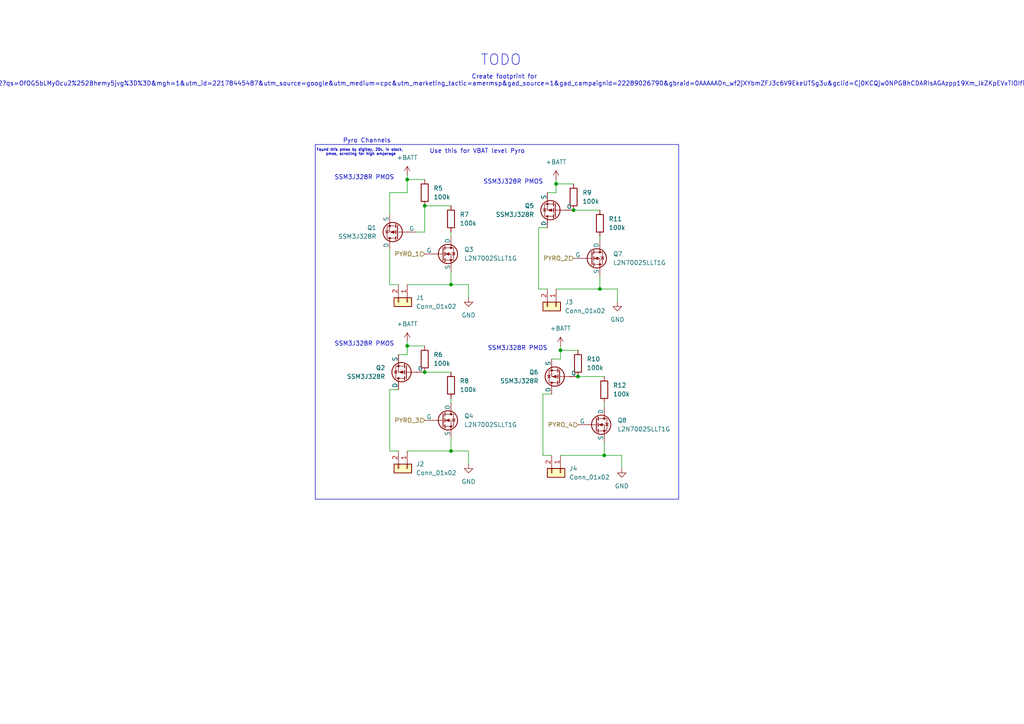
<source format=kicad_sch>
(kicad_sch (version 20231120) (generator "eeschema") (generator_version "8.0")
  (paper "A4")
  (lib_symbols
    (symbol "Connector_Generic:Conn_01x02" (pin_names (offset 1.016) hide)
      (property "Reference" "J" (at 0 2.54 0))
      (property "Value" "Conn_01x02" (at 0 -5.08 0))
      (symbol "Conn_01x02_1_1"
        (rectangle (start -1.27 -2.413) (end 0 -2.667) (stroke (width 0.1524)))
        (rectangle (start -1.27 0.127) (end 0 -0.127) (stroke (width 0.1524)))
        (rectangle (start -1.27 1.27) (end 1.27 -3.81) (stroke (width 0.254)) (fill (type background)))
        (pin passive line (at -5.08 0 0) (length 3.81) (name "Pin_1") (number "1"))
        (pin passive line (at -5.08 -2.54 0) (length 3.81) (name "Pin_2") (number "2"))
      )
    )
    (symbol "Device:R" (pin_numbers hide) (pin_names (offset 0))
      (property "Reference" "R" (at 2.032 0 90))
      (property "Value" "R" (at 0 0 90))
      (symbol "R_0_1"
        (rectangle (start -1.016 -2.54) (end 1.016 2.54) (stroke (width 0.254)))
      )
      (symbol "R_1_1"
        (pin passive line (at 0 3.81 270) (length 1.27) (name "~") (number "1"))
        (pin passive line (at 0 -3.81 90) (length 1.27) (name "~") (number "2"))
      )
    )
    (symbol "Simulation_SPICE:NMOS" (pin_numbers hide) (pin_names (offset 0))
      (property "Reference" "Q" (at 5.08 1.27 0))
      (property "Value" "NMOS" (at 5.08 -1.27 0))
      (symbol "NMOS_0_1"
        (polyline (pts (xy 0.254 0) (xy -2.54 0)))
        (polyline (pts (xy 0.254 1.905) (xy 0.254 -1.905)) (stroke (width 0.254)))
        (polyline (pts (xy 0.762 -1.27) (xy 0.762 -2.286)) (stroke (width 0.254)))
        (polyline (pts (xy 0.762 0.508) (xy 0.762 -0.508)) (stroke (width 0.254)))
        (polyline (pts (xy 0.762 2.286) (xy 0.762 1.27)) (stroke (width 0.254)))
        (polyline (pts (xy 2.54 2.54) (xy 2.54 1.778)))
        (polyline (pts (xy 2.54 -2.54) (xy 2.54 0) (xy 0.762 0)))
        (polyline (pts (xy 0.762 -1.778) (xy 3.302 -1.778) (xy 3.302 1.778) (xy 0.762 1.778)))
        (polyline (pts (xy 1.016 0) (xy 2.032 0.381) (xy 2.032 -0.381) (xy 1.016 0)) (fill (type outline)))
        (polyline (pts (xy 2.794 0.508) (xy 2.921 0.381) (xy 3.683 0.381) (xy 3.81 0.254)))
        (polyline (pts (xy 3.302 0.381) (xy 2.921 -0.254) (xy 3.683 -0.254) (xy 3.302 0.381)))
        (circle (center 1.651 0) (radius 2.794) (stroke (width 0.254)))
        (circle (center 2.54 -1.778) (radius 0.254) (fill (type outline)))
        (circle (center 2.54 1.778) (radius 0.254) (fill (type outline)))
      )
      (symbol "NMOS_1_1"
        (pin passive line (at 2.54 5.08 270) (length 2.54) (name "D") (number "1"))
        (pin input line (at -5.08 0 0) (length 2.54) (name "G") (number "2"))
        (pin passive line (at 2.54 -5.08 90) (length 2.54) (name "S") (number "3"))
      )
    )
    (symbol "Simulation_SPICE:PMOS" (pin_numbers hide) (pin_names (offset 0))
      (property "Reference" "Q" (at 5.08 1.27 0))
      (property "Value" "PMOS" (at 5.08 -1.27 0))
      (symbol "PMOS_0_1"
        (polyline (pts (xy 0.254 0) (xy -2.54 0)))
        (polyline (pts (xy 0.254 1.905) (xy 0.254 -1.905)) (stroke (width 0.254)))
        (polyline (pts (xy 0.762 -1.27) (xy 0.762 -2.286)) (stroke (width 0.254)))
        (polyline (pts (xy 0.762 0.508) (xy 0.762 -0.508)) (stroke (width 0.254)))
        (polyline (pts (xy 0.762 2.286) (xy 0.762 1.27)) (stroke (width 0.254)))
        (polyline (pts (xy 2.54 2.54) (xy 2.54 1.778)))
        (polyline (pts (xy 2.54 -2.54) (xy 2.54 0) (xy 0.762 0)))
        (polyline (pts (xy 0.762 1.778) (xy 3.302 1.778) (xy 3.302 -1.778) (xy 0.762 -1.778)))
        (polyline (pts (xy 2.286 0) (xy 1.27 0.381) (xy 1.27 -0.381) (xy 2.286 0)) (fill (type outline)))
        (polyline (pts (xy 2.794 -0.508) (xy 2.921 -0.381) (xy 3.683 -0.381) (xy 3.81 -0.254)))
        (polyline (pts (xy 3.302 -0.381) (xy 2.921 0.254) (xy 3.683 0.254) (xy 3.302 -0.381)))
        (circle (center 1.651 0) (radius 2.794) (stroke (width 0.254)))
        (circle (center 2.54 -1.778) (radius 0.254) (fill (type outline)))
        (circle (center 2.54 1.778) (radius 0.254) (fill (type outline)))
      )
      (symbol "PMOS_1_1"
        (pin passive line (at 2.54 5.08 270) (length 2.54) (name "D") (number "1"))
        (pin input line (at -5.08 0 0) (length 2.54) (name "G") (number "2"))
        (pin passive line (at 2.54 -5.08 90) (length 2.54) (name "S") (number "3"))
      )
    )
    (symbol "power:+BATT" (power) (pin_numbers hide) (pin_names (offset 0) hide)
      (property "Value" "+BATT" (at 0 3.556 0))
      (symbol "+BATT_0_1"
        (polyline (pts (xy -0.762 1.27) (xy 0 2.54)))
        (polyline (pts (xy 0 0) (xy 0 2.54)))
        (polyline (pts (xy 0 2.54) (xy 0.762 1.27)))
      )
      (symbol "+BATT_1_1"
        (pin power_in line (at 0 0 90) (length 0) (name "~") (number "1"))
      )
    )
    (symbol "power:GND" (power) (pin_numbers hide) (pin_names (offset 0) hide)
      (property "Value" "GND" (at 0 -3.81 0))
      (symbol "GND_0_1"
        (polyline (pts (xy 0 0) (xy 0 -1.27) (xy 1.27 -1.27) (xy 0 -2.54) (xy -1.27 -1.27) (xy 0 -1.27)))
      )
      (symbol "GND_1_1"
        (pin power_in line (at 0 0 270) (length 0) (name "~") (number "1"))
      )
    )
  )
  (junction (at 130.81 82.55))
  (junction (at 175.26 132.08))
  (junction (at 118.11 100.33))
  (junction (at 130.81 130.81))
  (junction (at 123.19 107.95))
  (junction (at 123.19 59.69))
  (junction (at 118.11 52.07))
  (junction (at 161.29 53.34))
  (junction (at 167.64 109.22))
  (junction (at 166.37 60.96))
  (junction (at 162.56 101.6))
  (junction (at 173.99 83.82))
  (wire (pts (xy 130.81 82.55) (xy 118.11 82.55)))
  (wire (pts (xy 175.26 132.08) (xy 162.56 132.08)))
  (wire (pts (xy 157.48 132.08) (xy 160.02 132.08)))
  (wire (pts (xy 156.21 83.82) (xy 158.75 83.82)))
  (wire (pts (xy 161.29 53.34) (xy 166.37 53.34)))
  (wire (pts (xy 118.11 52.07) (xy 123.19 52.07)))
  (wire (pts (xy 135.89 82.55) (xy 130.81 82.55)))
  (wire (pts (xy 175.26 128.27) (xy 175.26 132.08)))
  (wire (pts (xy 173.99 60.96) (xy 166.37 60.96)))
  (wire (pts (xy 130.81 115.57) (xy 130.81 116.84)))
  (wire (pts (xy 130.81 127) (xy 130.81 130.81)))
  (wire (pts (xy 130.81 78.74) (xy 130.81 82.55)))
  (wire (pts (xy 162.56 101.6) (xy 162.56 100.33)))
  (wire (pts (xy 123.19 67.31) (xy 123.19 59.69)))
  (wire (pts (xy 118.11 52.07) (xy 118.11 50.8)))
  (wire (pts (xy 113.03 55.88) (xy 118.11 55.88)))
  (wire (pts (xy 156.21 66.04) (xy 156.21 83.82)))
  (wire (pts (xy 158.75 55.88) (xy 161.29 55.88)))
  (wire (pts (xy 135.89 134.62) (xy 135.89 130.81)))
  (wire (pts (xy 135.89 86.36) (xy 135.89 82.55)))
  (wire (pts (xy 161.29 53.34) (xy 161.29 52.07)))
  (wire (pts (xy 179.07 83.82) (xy 173.99 83.82)))
  (wire (pts (xy 113.03 113.03) (xy 115.57 113.03)))
  (wire (pts (xy 173.99 80.01) (xy 173.99 83.82)))
  (wire (pts (xy 113.03 82.55) (xy 115.57 82.55)))
  (wire (pts (xy 161.29 55.88) (xy 161.29 53.34)))
  (wire (pts (xy 113.03 72.39) (xy 113.03 82.55)))
  (wire (pts (xy 157.48 114.3) (xy 160.02 114.3)))
  (wire (pts (xy 135.89 130.81) (xy 130.81 130.81)))
  (wire (pts (xy 175.26 116.84) (xy 175.26 118.11)))
  (wire (pts (xy 173.99 83.82) (xy 161.29 83.82)))
  (wire (pts (xy 113.03 62.23) (xy 113.03 55.88)))
  (wire (pts (xy 120.65 67.31) (xy 123.19 67.31)))
  (wire (pts (xy 118.11 55.88) (xy 118.11 52.07)))
  (wire (pts (xy 130.81 59.69) (xy 123.19 59.69)))
  (wire (pts (xy 160.02 104.14) (xy 162.56 104.14)))
  (wire (pts (xy 162.56 104.14) (xy 162.56 101.6)))
  (wire (pts (xy 118.11 102.87) (xy 118.11 100.33)))
  (wire (pts (xy 130.81 130.81) (xy 118.11 130.81)))
  (wire (pts (xy 115.57 102.87) (xy 118.11 102.87)))
  (wire (pts (xy 118.11 100.33) (xy 118.11 99.06)))
  (wire (pts (xy 130.81 107.95) (xy 123.19 107.95)))
  (wire (pts (xy 157.48 114.3) (xy 157.48 132.08)))
  (wire (pts (xy 173.99 68.58) (xy 173.99 69.85)))
  (wire (pts (xy 180.34 135.89) (xy 180.34 132.08)))
  (wire (pts (xy 162.56 101.6) (xy 167.64 101.6)))
  (wire (pts (xy 113.03 113.03) (xy 113.03 130.81)))
  (wire (pts (xy 179.07 87.63) (xy 179.07 83.82)))
  (wire (pts (xy 180.34 132.08) (xy 175.26 132.08)))
  (wire (pts (xy 118.11 100.33) (xy 123.19 100.33)))
  (wire (pts (xy 113.03 130.81) (xy 115.57 130.81)))
  (wire (pts (xy 130.81 67.31) (xy 130.81 68.58)))
  (wire (pts (xy 156.21 66.04) (xy 158.75 66.04)))
  (wire (pts (xy 175.26 109.22) (xy 167.64 109.22)))
  (rectangle (start 91.44 41.91) (end 196.85 144.78))
  (text "TODO" (at 145.288 17.526 0) (effects (font (size 3.048 3.048))))
  (text "SSM3J328R PMOS\n" (at 105.664 51.562 0) (effects (font (size 1.27 1.27))))
  (text "SSM3J328R PMOS\n" (at 148.844 52.832 0) (effects (font (size 1.27 1.27))))
  (text "Use this for VBAT level Pyro" (at 138.43 43.942 0) (effects (font (size 1.27 1.27))))
  (text "Pyro Channels" (at 106.426 40.894 0) (effects (font (size 1.27 1.27))))
  (text "Found this pmos by digikey, 20v, in stock, \npmos, scrolling for high amperage" (at 104.648 44.196 0) (effects (font (size 0.762 0.762))))
  (text "SSM3J328R PMOS\n" (at 105.664 99.822 0) (effects (font (size 1.27 1.27))))
  (text "Create footprint for\nhttps://www.mouser.com/ProductDetail/Molex/39889-0042?qs=OfOG5bLMyOcu2%252Bhemy5jvg%3D%3D&mgh=1&utm_id=22178445487&utm_source=google&utm_medium=cpc&utm_marketing_tactic=amermsp&gad_source=1&gad_campaignid=22289026790&gbraid=0AAAAADn_wf2jXYbmZFJ3c6V9EkeUTSg3u&gclid=Cj0KCQjw0NPGBhCDARIsAGAzpp19Xm_lkZKpEVxTIOIfikuZ44r7pqMOigeKIZj7t-NTJC4OT8JmoDcaAmurEALw_wcB" (at 146.304 23.368 0) (effects (font (size 1.27 1.27))))
  (text "SSM3J328R PMOS\n" (at 150.114 101.092 0) (effects (font (size 1.27 1.27))))
  (hierarchical_label "PYRO_3" (shape input) (at 123.19 121.92 180))
  (hierarchical_label "PYRO_4" (shape input) (at 167.64 123.19 180))
  (hierarchical_label "PYRO_2" (shape input) (at 166.37 74.93 180))
  (hierarchical_label "PYRO_1" (shape input) (at 123.19 73.66 180))
  (symbol (lib_id "Simulation_SPICE:PMOS") (at 162.56 109.22 180) (unit 1)
    (property "Reference" "Q6" (at 156.21 107.9499 0) (effects (justify left)))
    (property "Value" "SSM3J328R" (at 156.21 110.4899 0) (effects (justify left)))
    (property "Footprint" "SSM3J328R:SOT95P240X88-3N" (effects (hide yes)))
    (property "Datasheet" "https://ngspice.sourceforge.io/docs/ngspice-html-manual/manual.xhtml#cha_MOSFETs" (effects (hide yes)))
    (property "Description" "P-MOSFET transistor, drain/source/gate" (effects (hide yes)))
    (property "Sim.Device" "PMOS" (effects (hide yes)))
    (property "Sim.Type" "VDMOS" (effects (hide yes)))
    (property "Sim.Pins" "1=D 2=G 3=S" (effects (hide yes)))
  )
  (symbol (lib_id "Device:R") (at 130.81 111.76 0) (unit 1)
    (property "Reference" "R8" (at 133.35 110.4899 0) (effects (justify left)))
    (property "Value" "100k" (at 133.35 113.0299 0) (effects (justify left)))
    (property "Footprint" "Resistor_SMD:R_0603_1608Metric" (effects (hide yes)))
    (property "Description" "Resistor" (effects (hide yes)))
  )
  (symbol (lib_id "Simulation_SPICE:NMOS") (at 172.72 123.19 0) (unit 1)
    (property "Reference" "Q8" (at 179.07 121.9199 0) (effects (justify left)))
    (property "Value" "L2N7002SLLT1G" (at 179.07 124.4599 0) (effects (justify left)))
    (property "Footprint" "Package_TO_SOT_SMD:SOT-23" (effects (hide yes)))
    (property "Datasheet" "https://ngspice.sourceforge.io/docs/ngspice-html-manual/manual.xhtml#cha_MOSFETs" (effects (hide yes)))
    (property "Description" "N-MOSFET transistor, drain/source/gate" (effects (hide yes)))
    (property "Sim.Device" "NMOS" (effects (hide yes)))
    (property "Sim.Type" "VDMOS" (effects (hide yes)))
    (property "Sim.Pins" "1=D 2=G 3=S" (effects (hide yes)))
  )
  (symbol (lib_id "Simulation_SPICE:PMOS") (at 115.57 67.31 180) (unit 1)
    (property "Reference" "Q1" (at 109.22 66.0399 0) (effects (justify left)))
    (property "Value" "SSM3J328R" (at 109.22 68.5799 0) (effects (justify left)))
    (property "Footprint" "SSM3J328R:SOT95P240X88-3N" (effects (hide yes)))
    (property "Datasheet" "https://ngspice.sourceforge.io/docs/ngspice-html-manual/manual.xhtml#cha_MOSFETs" (effects (hide yes)))
    (property "Description" "P-MOSFET transistor, drain/source/gate" (effects (hide yes)))
    (property "Sim.Device" "PMOS" (effects (hide yes)))
    (property "Sim.Type" "VDMOS" (effects (hide yes)))
    (property "Sim.Pins" "1=D 2=G 3=S" (effects (hide yes)))
  )
  (symbol (lib_id "power:+BATT") (at 118.11 99.06 0) (unit 1)
    (property "Reference" "#PWR011" (effects (hide yes)))
    (property "Value" "+BATT" (at 118.11 93.98 0))
    (property "Description" "Power symbol creates a global label with name \"+BATT\"" (effects (hide yes)))
  )
  (symbol (lib_id "Device:R") (at 167.64 105.41 0) (unit 1)
    (property "Reference" "R10" (at 170.18 104.1399 0) (effects (justify left)))
    (property "Value" "100k" (at 170.18 106.6799 0) (effects (justify left)))
    (property "Footprint" "Resistor_SMD:R_0603_1608Metric" (effects (hide yes)))
    (property "Description" "Resistor" (effects (hide yes)))
  )
  (symbol (lib_id "Simulation_SPICE:NMOS") (at 171.45 74.93 0) (unit 1)
    (property "Reference" "Q7" (at 177.8 73.6599 0) (effects (justify left)))
    (property "Value" "L2N7002SLLT1G" (at 177.8 76.1999 0) (effects (justify left)))
    (property "Footprint" "Package_TO_SOT_SMD:SOT-23" (effects (hide yes)))
    (property "Datasheet" "https://ngspice.sourceforge.io/docs/ngspice-html-manual/manual.xhtml#cha_MOSFETs" (effects (hide yes)))
    (property "Description" "N-MOSFET transistor, drain/source/gate" (effects (hide yes)))
    (property "Sim.Device" "NMOS" (effects (hide yes)))
    (property "Sim.Type" "VDMOS" (effects (hide yes)))
    (property "Sim.Pins" "1=D 2=G 3=S" (effects (hide yes)))
  )
  (symbol (lib_id "power:GND") (at 180.34 135.89 0) (unit 1)
    (property "Reference" "#PWR017" (effects (hide yes)))
    (property "Value" "GND" (at 180.34 140.97 0))
    (property "Description" "Power symbol creates a global label with name \"GND\" , ground" (effects (hide yes)))
  )
  (symbol (lib_id "Simulation_SPICE:NMOS") (at 128.27 73.66 0) (unit 1)
    (property "Reference" "Q3" (at 134.62 72.3899 0) (effects (justify left)))
    (property "Value" "L2N7002SLLT1G" (at 134.62 74.9299 0) (effects (justify left)))
    (property "Footprint" "Package_TO_SOT_SMD:SOT-23" (effects (hide yes)))
    (property "Datasheet" "https://ngspice.sourceforge.io/docs/ngspice-html-manual/manual.xhtml#cha_MOSFETs" (effects (hide yes)))
    (property "Description" "N-MOSFET transistor, drain/source/gate" (effects (hide yes)))
    (property "Sim.Device" "NMOS" (effects (hide yes)))
    (property "Sim.Type" "VDMOS" (effects (hide yes)))
    (property "Sim.Pins" "1=D 2=G 3=S" (effects (hide yes)))
  )
  (symbol (lib_id "Connector_Generic:Conn_01x02") (at 118.11 135.89 270) (unit 1)
    (property "Reference" "J2" (at 120.65 134.6199 90) (effects (justify left)))
    (property "Value" "Conn_01x02" (at 120.65 137.1599 90) (effects (justify left)))
    (property "Footprint" "TerminalBlock_Phoenix:TerminalBlock_Phoenix_MKDS-1,5-2-5.08_1x02_P5.08mm_Horizontal" (effects (hide yes)))
    (property "Description" "Generic connector, single row, 01x02, script generated (kicad-library-utils/schlib/autogen/connector/)" (effects (hide yes)))
  )
  (symbol (lib_id "power:+BATT") (at 162.56 100.33 0) (unit 1)
    (property "Reference" "#PWR015" (effects (hide yes)))
    (property "Value" "+BATT" (at 162.56 95.25 0))
    (property "Description" "Power symbol creates a global label with name \"+BATT\"" (effects (hide yes)))
  )
  (symbol (lib_id "power:+BATT") (at 161.29 52.07 0) (unit 1)
    (property "Reference" "#PWR014" (effects (hide yes)))
    (property "Value" "+BATT" (at 161.29 46.99 0))
    (property "Description" "Power symbol creates a global label with name \"+BATT\"" (effects (hide yes)))
  )
  (symbol (lib_id "Simulation_SPICE:PMOS") (at 118.11 107.95 180) (unit 1)
    (property "Reference" "Q2" (at 111.76 106.6799 0) (effects (justify left)))
    (property "Value" "SSM3J328R" (at 111.76 109.2199 0) (effects (justify left)))
    (property "Footprint" "SSM3J328R:SOT95P240X88-3N" (effects (hide yes)))
    (property "Datasheet" "https://ngspice.sourceforge.io/docs/ngspice-html-manual/manual.xhtml#cha_MOSFETs" (effects (hide yes)))
    (property "Description" "P-MOSFET transistor, drain/source/gate" (effects (hide yes)))
    (property "Sim.Device" "PMOS" (effects (hide yes)))
    (property "Sim.Type" "VDMOS" (effects (hide yes)))
    (property "Sim.Pins" "1=D 2=G 3=S" (effects (hide yes)))
  )
  (symbol (lib_id "Device:R") (at 123.19 55.88 0) (unit 1)
    (property "Reference" "R5" (at 125.73 54.6099 0) (effects (justify left)))
    (property "Value" "100k" (at 125.73 57.1499 0) (effects (justify left)))
    (property "Footprint" "Resistor_SMD:R_0603_1608Metric" (effects (hide yes)))
    (property "Description" "Resistor" (effects (hide yes)))
  )
  (symbol (lib_id "power:GND") (at 135.89 86.36 0) (unit 1)
    (property "Reference" "#PWR012" (effects (hide yes)))
    (property "Value" "GND" (at 135.89 91.44 0))
    (property "Description" "Power symbol creates a global label with name \"GND\" , ground" (effects (hide yes)))
  )
  (symbol (lib_id "Connector_Generic:Conn_01x02") (at 161.29 88.9 270) (unit 1)
    (property "Reference" "J3" (at 163.83 87.6299 90) (effects (justify left)))
    (property "Value" "Conn_01x02" (at 163.83 90.1699 90) (effects (justify left)))
    (property "Footprint" "TerminalBlock_Phoenix:TerminalBlock_Phoenix_MKDS-1,5-2-5.08_1x02_P5.08mm_Horizontal" (effects (hide yes)))
    (property "Description" "Generic connector, single row, 01x02, script generated (kicad-library-utils/schlib/autogen/connector/)" (effects (hide yes)))
  )
  (symbol (lib_id "Simulation_SPICE:NMOS") (at 128.27 121.92 0) (unit 1)
    (property "Reference" "Q4" (at 134.62 120.6499 0) (effects (justify left)))
    (property "Value" "L2N7002SLLT1G" (at 134.62 123.1899 0) (effects (justify left)))
    (property "Footprint" "Package_TO_SOT_SMD:SOT-23" (effects (hide yes)))
    (property "Datasheet" "https://ngspice.sourceforge.io/docs/ngspice-html-manual/manual.xhtml#cha_MOSFETs" (effects (hide yes)))
    (property "Description" "N-MOSFET transistor, drain/source/gate" (effects (hide yes)))
    (property "Sim.Device" "NMOS" (effects (hide yes)))
    (property "Sim.Type" "VDMOS" (effects (hide yes)))
    (property "Sim.Pins" "1=D 2=G 3=S" (effects (hide yes)))
  )
  (symbol (lib_id "Connector_Generic:Conn_01x02") (at 118.11 87.63 270) (unit 1)
    (property "Reference" "J1" (at 120.65 86.3599 90) (effects (justify left)))
    (property "Value" "Conn_01x02" (at 120.65 88.8999 90) (effects (justify left)))
    (property "Footprint" "TerminalBlock_Phoenix:TerminalBlock_Phoenix_MKDS-1,5-2-5.08_1x02_P5.08mm_Horizontal" (effects (hide yes)))
    (property "Description" "Generic connector, single row, 01x02, script generated (kicad-library-utils/schlib/autogen/connector/)" (effects (hide yes)))
  )
  (symbol (lib_id "Device:R") (at 130.81 63.5 0) (unit 1)
    (property "Reference" "R7" (at 133.35 62.2299 0) (effects (justify left)))
    (property "Value" "100k" (at 133.35 64.7699 0) (effects (justify left)))
    (property "Footprint" "Resistor_SMD:R_0603_1608Metric" (effects (hide yes)))
    (property "Description" "Resistor" (effects (hide yes)))
  )
  (symbol (lib_id "Simulation_SPICE:PMOS") (at 161.29 60.96 180) (unit 1)
    (property "Reference" "Q5" (at 154.94 59.6899 0) (effects (justify left)))
    (property "Value" "SSM3J328R" (at 154.94 62.2299 0) (effects (justify left)))
    (property "Footprint" "SSM3J328R:SOT95P240X88-3N" (effects (hide yes)))
    (property "Datasheet" "https://ngspice.sourceforge.io/docs/ngspice-html-manual/manual.xhtml#cha_MOSFETs" (effects (hide yes)))
    (property "Description" "P-MOSFET transistor, drain/source/gate" (effects (hide yes)))
    (property "Sim.Device" "PMOS" (effects (hide yes)))
    (property "Sim.Type" "VDMOS" (effects (hide yes)))
    (property "Sim.Pins" "1=D 2=G 3=S" (effects (hide yes)))
  )
  (symbol (lib_id "power:GND") (at 135.89 134.62 0) (unit 1)
    (property "Reference" "#PWR013" (effects (hide yes)))
    (property "Value" "GND" (at 135.89 139.7 0))
    (property "Description" "Power symbol creates a global label with name \"GND\" , ground" (effects (hide yes)))
  )
  (symbol (lib_id "Device:R") (at 166.37 57.15 0) (unit 1)
    (property "Reference" "R9" (at 168.91 55.8799 0) (effects (justify left)))
    (property "Value" "100k" (at 168.91 58.4199 0) (effects (justify left)))
    (property "Footprint" "Resistor_SMD:R_0603_1608Metric" (effects (hide yes)))
    (property "Description" "Resistor" (effects (hide yes)))
  )
  (symbol (lib_id "power:+BATT") (at 118.11 50.8 0) (unit 1)
    (property "Reference" "#PWR05" (effects (hide yes)))
    (property "Value" "+BATT" (at 118.11 45.72 0))
    (property "Description" "Power symbol creates a global label with name \"+BATT\"" (effects (hide yes)))
  )
  (symbol (lib_id "Device:R") (at 173.99 64.77 0) (unit 1)
    (property "Reference" "R11" (at 176.53 63.4999 0) (effects (justify left)))
    (property "Value" "100k" (at 176.53 66.0399 0) (effects (justify left)))
    (property "Footprint" "Resistor_SMD:R_0603_1608Metric" (effects (hide yes)))
    (property "Description" "Resistor" (effects (hide yes)))
  )
  (symbol (lib_id "Device:R") (at 175.26 113.03 0) (unit 1)
    (property "Reference" "R12" (at 177.8 111.7599 0) (effects (justify left)))
    (property "Value" "100k" (at 177.8 114.2999 0) (effects (justify left)))
    (property "Footprint" "Resistor_SMD:R_0603_1608Metric" (effects (hide yes)))
    (property "Description" "Resistor" (effects (hide yes)))
  )
  (symbol (lib_id "power:GND") (at 179.07 87.63 0) (unit 1)
    (property "Reference" "#PWR016" (effects (hide yes)))
    (property "Value" "GND" (at 179.07 92.71 0))
    (property "Description" "Power symbol creates a global label with name \"GND\" , ground" (effects (hide yes)))
  )
  (symbol (lib_id "Device:R") (at 123.19 104.14 0) (unit 1)
    (property "Reference" "R6" (at 125.73 102.8699 0) (effects (justify left)))
    (property "Value" "100k" (at 125.73 105.4099 0) (effects (justify left)))
    (property "Footprint" "Resistor_SMD:R_0603_1608Metric" (effects (hide yes)))
    (property "Description" "Resistor" (effects (hide yes)))
  )
  (symbol (lib_id "Connector_Generic:Conn_01x02") (at 162.56 137.16 270) (unit 1)
    (property "Reference" "J4" (at 165.1 135.8899 90) (effects (justify left)))
    (property "Value" "Conn_01x02" (at 165.1 138.4299 90) (effects (justify left)))
    (property "Footprint" "TerminalBlock_Phoenix:TerminalBlock_Phoenix_MKDS-1,5-2-5.08_1x02_P5.08mm_Horizontal" (effects (hide yes)))
    (property "Description" "Generic connector, single row, 01x02, script generated (kicad-library-utils/schlib/autogen/connector/)" (effects (hide yes)))
  )
)
</source>
